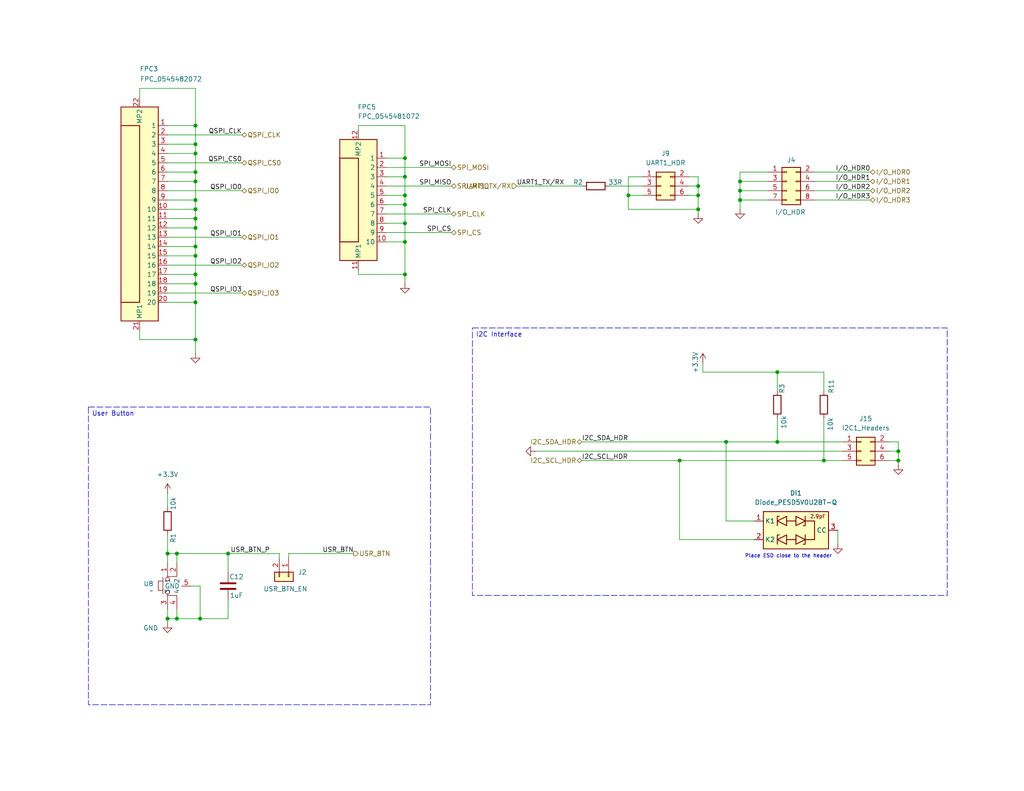
<source format=kicad_sch>
(kicad_sch (version 20231120) (generator "eeschema") (generator_version "8.0")
  (paper "USLetter")
  (lib_symbols
    (symbol "Connector_Generic:Conn_01x02" (pin_names (offset 1.016) hide)
      (property "Reference" "J" (at 0 2.54 0))
      (property "Value" "Conn_01x02" (at 0 -5.08 0))
      (symbol "Conn_01x02_1_1"
        (rectangle (start -1.27 -2.413) (end 0 -2.667) (stroke (width 0.1524)))
        (rectangle (start -1.27 0.127) (end 0 -0.127) (stroke (width 0.1524)))
        (rectangle (start -1.27 1.27) (end 1.27 -3.81) (stroke (width 0.254)) (fill (type background)))
        (pin passive line (at -5.08 0 0) (length 3.81) (name "Pin_1") (number "1"))
        (pin passive line (at -5.08 -2.54 0) (length 3.81) (name "Pin_2") (number "2"))
      )
    )
    (symbol "Connector_Generic:Conn_02x03_Odd_Even" (pin_names (offset 1.016) hide)
      (property "Reference" "J" (at 1.27 5.08 0))
      (property "Value" "Conn_02x03_Odd_Even" (at 1.27 -5.08 0))
      (symbol "Conn_02x03_Odd_Even_1_1"
        (rectangle (start -1.27 -2.413) (end 0 -2.667) (stroke (width 0.1524)))
        (rectangle (start -1.27 0.127) (end 0 -0.127) (stroke (width 0.1524)))
        (rectangle (start -1.27 2.667) (end 0 2.413) (stroke (width 0.1524)))
        (rectangle (start -1.27 3.81) (end 3.81 -3.81) (stroke (width 0.254)) (fill (type background)))
        (rectangle (start 3.81 -2.413) (end 2.54 -2.667) (stroke (width 0.1524)))
        (rectangle (start 3.81 0.127) (end 2.54 -0.127) (stroke (width 0.1524)))
        (rectangle (start 3.81 2.667) (end 2.54 2.413) (stroke (width 0.1524)))
        (pin passive line (at -5.08 2.54 0) (length 3.81) (name "Pin_1") (number "1"))
        (pin passive line (at 7.62 2.54 180) (length 3.81) (name "Pin_2") (number "2"))
        (pin passive line (at -5.08 0 0) (length 3.81) (name "Pin_3") (number "3"))
        (pin passive line (at 7.62 0 180) (length 3.81) (name "Pin_4") (number "4"))
        (pin passive line (at -5.08 -2.54 0) (length 3.81) (name "Pin_5") (number "5"))
        (pin passive line (at 7.62 -2.54 180) (length 3.81) (name "Pin_6") (number "6"))
      )
    )
    (symbol "Connector_Generic:Conn_02x04_Odd_Even" (pin_names (offset 1.016) hide)
      (property "Reference" "J" (at 1.27 5.08 0))
      (property "Value" "Conn_02x04_Odd_Even" (at 1.27 -7.62 0))
      (symbol "Conn_02x04_Odd_Even_1_1"
        (rectangle (start -1.27 -4.953) (end 0 -5.207) (stroke (width 0.1524)))
        (rectangle (start -1.27 -2.413) (end 0 -2.667) (stroke (width 0.1524)))
        (rectangle (start -1.27 0.127) (end 0 -0.127) (stroke (width 0.1524)))
        (rectangle (start -1.27 2.667) (end 0 2.413) (stroke (width 0.1524)))
        (rectangle (start -1.27 3.81) (end 3.81 -6.35) (stroke (width 0.254)) (fill (type background)))
        (rectangle (start 3.81 -4.953) (end 2.54 -5.207) (stroke (width 0.1524)))
        (rectangle (start 3.81 -2.413) (end 2.54 -2.667) (stroke (width 0.1524)))
        (rectangle (start 3.81 0.127) (end 2.54 -0.127) (stroke (width 0.1524)))
        (rectangle (start 3.81 2.667) (end 2.54 2.413) (stroke (width 0.1524)))
        (pin passive line (at -5.08 2.54 0) (length 3.81) (name "Pin_1") (number "1"))
        (pin passive line (at 7.62 2.54 180) (length 3.81) (name "Pin_2") (number "2"))
        (pin passive line (at -5.08 0 0) (length 3.81) (name "Pin_3") (number "3"))
        (pin passive line (at 7.62 0 180) (length 3.81) (name "Pin_4") (number "4"))
        (pin passive line (at -5.08 -2.54 0) (length 3.81) (name "Pin_5") (number "5"))
        (pin passive line (at 7.62 -2.54 180) (length 3.81) (name "Pin_6") (number "6"))
        (pin passive line (at -5.08 -5.08 0) (length 3.81) (name "Pin_7") (number "7"))
        (pin passive line (at 7.62 -5.08 180) (length 3.81) (name "Pin_8") (number "8"))
      )
    )
    (symbol "Device:C" (pin_numbers hide) (pin_names (offset 0.254))
      (property "Reference" "C" (at 0.635 2.54 0))
      (property "Value" "C" (at 0.635 -2.54 0))
      (symbol "C_0_1"
        (polyline (pts (xy -2.032 -0.762) (xy 2.032 -0.762)) (stroke (width 0.508)))
        (polyline (pts (xy -2.032 0.762) (xy 2.032 0.762)) (stroke (width 0.508)))
      )
      (symbol "C_1_1"
        (pin passive line (at 0 3.81 270) (length 2.794) (name "~") (number "1"))
        (pin passive line (at 0 -3.81 90) (length 2.794) (name "~") (number "2"))
      )
    )
    (symbol "Device:R" (pin_numbers hide) (pin_names (offset 0))
      (property "Reference" "R" (at 2.032 0 90))
      (property "Value" "R" (at 0 0 90))
      (symbol "R_0_1"
        (rectangle (start -1.016 -2.54) (end 1.016 2.54) (stroke (width 0.254)))
      )
      (symbol "R_1_1"
        (pin passive line (at 0 3.81 270) (length 1.27) (name "~") (number "1"))
        (pin passive line (at 0 -3.81 90) (length 1.27) (name "~") (number "2"))
      )
    )
    (symbol "Personal_Projects:Button_KMR231GLFS"
      (property "Reference" "U" (at 0 0 0))
      (symbol "Button_KMR231GLFS_0_1"
        (polyline (pts (xy 3.964 1.27) (xy 8.536 1.27)))
        (polyline (pts (xy 4.98 1.27) (xy 4.98 2.54)))
        (polyline (pts (xy 7.52 1.27) (xy 7.52 2.54)))
        (polyline (pts (xy 7.52 2.54) (xy 4.98 2.54)))
        (polyline (pts (xy 3.71 -2.54) (xy 3.71 0) (xy 3.964 0)))
        (polyline (pts (xy 8.89 -2.54) (xy 8.89 0) (xy 8.636 0)))
        (circle (center 4.472 0) (radius 0.508))
        (circle (center 8.028 0) (radius 0.508))
      )
      (symbol "Button_KMR231GLFS_1_1"
        (pin passive line (at 0 0 0) (length 3.7) (name "1") (number "1"))
        (pin passive line (at 0 -2.54 0) (length 3.7) (name "2") (number "2"))
        (pin passive line (at 12.7 0 180) (length 3.7) (name "3") (number "3"))
        (pin passive line (at 12.7 -2.54 180) (length 3.7) (name "4") (number "4"))
        (pin passive line (at 6.35 -6.35 90) (length 2.54) (name "GND") (number "5"))
      )
    )
    (symbol "Personal_Projects:Diode_PESD5V0U2BT-Q"
      (property "Reference" "DI" (at 7.366 7.62 0))
      (property "Value" "Diode_PESD5V0U2BT-Q" (at 0.508 5.08 0))
      (symbol "Diode_PESD5V0U2BT-Q_0_1"
        (polyline (pts (xy 6.35 -6.35) (xy 6.35 -3.81) (xy 6.858 -3.81)) (stroke (width 0.254)))
        (polyline (pts (xy 6.35 -1.27) (xy 6.35 1.27) (xy 6.858 1.27)) (stroke (width 0.254)))
        (polyline (pts (xy 11.43 -5.08) (xy 8.89 -5.08) (xy 8.89 -5.08)) (stroke (width 0.254)))
        (polyline (pts (xy 11.43 0) (xy 8.89 0) (xy 8.89 0)) (stroke (width 0.254)))
        (polyline (pts (xy 13.97 -3.81) (xy 13.97 -6.35) (xy 13.462 -6.35)) (stroke (width 0.254)))
        (polyline (pts (xy 13.97 1.27) (xy 13.97 -1.27) (xy 13.462 -1.27)) (stroke (width 0.254)))
        (polyline (pts (xy 16.51 -5.08) (xy 13.97 -5.08) (xy 13.97 -5.08)) (stroke (width 0.254)))
        (polyline (pts (xy 16.51 0) (xy 13.97 0) (xy 13.97 0)) (stroke (width 0.254)))
        (polyline (pts (xy 16.51 0) (xy 16.51 -5.08) (xy 16.51 -2.54)) (stroke (width 0.254)))
        (polyline (pts (xy 8.89 -6.35) (xy 6.35 -5.08) (xy 8.89 -3.81) (xy 8.89 -6.35) (xy 8.89 -6.35) (xy 8.89 -6.35)) (stroke (width 0.254)))
        (polyline (pts (xy 8.89 -1.27) (xy 6.35 0) (xy 8.89 1.27) (xy 8.89 -1.27) (xy 8.89 -1.27) (xy 8.89 -1.27)) (stroke (width 0.254)))
        (polyline (pts (xy 11.43 -3.81) (xy 13.97 -5.08) (xy 11.43 -6.35) (xy 11.43 -3.81) (xy 11.43 -3.81) (xy 11.43 -3.81)) (stroke (width 0.254)))
        (polyline (pts (xy 11.43 1.27) (xy 13.97 0) (xy 11.43 -1.27) (xy 11.43 1.27) (xy 11.43 1.27) (xy 11.43 1.27)) (stroke (width 0.254)))
      )
      (symbol "Diode_PESD5V0U2BT-Q_1_1"
        (rectangle (start 2.54 2.54) (end 20.32 -7.62) (stroke (width 0.254)) (fill (type background)))
        (text "2.9pF" (at 15.24 1.27 0) (effects (font (size 1 1)) (justify left)))
        (pin passive line (at 0 0 0) (length 2.54) (name "K1") (number "1"))
        (pin passive line (at 0 -5.08 0) (length 2.54) (name "K2") (number "2"))
        (pin passive line (at 22.86 -2.54 180) (length 2.54) (name "CC") (number "3"))
      )
    )
    (symbol "Personal_Projects:FPC_0545481072"
      (property "Reference" "FPC" (at 12.7 6.35 0))
      (property "Value" "FPC_0545481072" (at 12.7 3.81 0))
      (symbol "FPC_0545481072_1_1"
        (rectangle (start 0 0) (end 5.08 -22.86) (stroke (width 0.254)) (fill (type background)))
        (rectangle (start 0 5.08) (end 10.16 -27.94) (stroke (width 0.254)) (fill (type background)))
        (pin passive line (at 12.7 0 180) (length 2.54) (name "1") (number "1"))
        (pin passive line (at 12.7 -22.86 180) (length 2.54) (name "10") (number "10"))
        (pin passive line (at 5.08 -30.48 90) (length 2.54) (name "MP1") (number "11"))
        (pin passive line (at 5.08 7.62 270) (length 2.54) (name "MP2") (number "12"))
        (pin passive line (at 12.7 -2.54 180) (length 2.54) (name "2") (number "2"))
        (pin passive line (at 12.7 -5.08 180) (length 2.54) (name "3") (number "3"))
        (pin passive line (at 12.7 -7.62 180) (length 2.54) (name "4") (number "4"))
        (pin passive line (at 12.7 -10.16 180) (length 2.54) (name "5") (number "5"))
        (pin passive line (at 12.7 -12.7 180) (length 2.54) (name "6") (number "6"))
        (pin passive line (at 12.7 -15.24 180) (length 2.54) (name "7") (number "7"))
        (pin passive line (at 12.7 -17.78 180) (length 2.54) (name "8") (number "8"))
        (pin passive line (at 12.7 -20.32 180) (length 2.54) (name "9") (number "9"))
      )
    )
    (symbol "Personal_Projects:FPC_0545482072"
      (property "Reference" "FPC" (at 12.7 6.35 0))
      (property "Value" "FPC_0545482072" (at 12.7 3.81 0))
      (symbol "FPC_0545482072_1_1"
        (rectangle (start 0 0) (end 5.08 -48.26) (stroke (width 0.254)) (fill (type background)))
        (rectangle (start 0 5.08) (end 10.16 -53.34) (stroke (width 0.254)) (fill (type background)))
        (pin passive line (at 12.7 0 180) (length 2.54) (name "1") (number "1"))
        (pin passive line (at 12.7 -22.86 180) (length 2.54) (name "10") (number "10"))
        (pin passive line (at 12.7 -25.4 180) (length 2.54) (name "11") (number "11"))
        (pin passive line (at 12.7 -27.94 180) (length 2.54) (name "12") (number "12"))
        (pin passive line (at 12.7 -30.48 180) (length 2.54) (name "13") (number "13"))
        (pin passive line (at 12.7 -33.02 180) (length 2.54) (name "14") (number "14"))
        (pin passive line (at 12.7 -35.56 180) (length 2.54) (name "15") (number "15"))
        (pin passive line (at 12.7 -38.1 180) (length 2.54) (name "16") (number "16"))
        (pin passive line (at 12.7 -40.64 180) (length 2.54) (name "17") (number "17"))
        (pin passive line (at 12.7 -43.18 180) (length 2.54) (name "18") (number "18"))
        (pin passive line (at 12.7 -45.72 180) (length 2.54) (name "19") (number "19"))
        (pin passive line (at 12.7 -2.54 180) (length 2.54) (name "2") (number "2"))
        (pin passive line (at 12.7 -48.26 180) (length 2.54) (name "20") (number "20"))
        (pin passive line (at 5.08 -55.88 90) (length 2.54) (name "MP1") (number "21"))
        (pin passive line (at 5.08 7.62 270) (length 2.54) (name "MP2") (number "22"))
        (pin passive line (at 12.7 -5.08 180) (length 2.54) (name "3") (number "3"))
        (pin passive line (at 12.7 -7.62 180) (length 2.54) (name "4") (number "4"))
        (pin passive line (at 12.7 -10.16 180) (length 2.54) (name "5") (number "5"))
        (pin passive line (at 12.7 -12.7 180) (length 2.54) (name "6") (number "6"))
        (pin passive line (at 12.7 -15.24 180) (length 2.54) (name "7") (number "7"))
        (pin passive line (at 12.7 -17.78 180) (length 2.54) (name "8") (number "8"))
        (pin passive line (at 12.7 -20.32 180) (length 2.54) (name "9") (number "9"))
      )
    )
    (symbol "power:+3.3V" (power) (pin_numbers hide) (pin_names (offset 0) hide)
      (property "Value" "+3.3V" (at 0 3.556 0))
      (symbol "+3.3V_0_1"
        (polyline (pts (xy -0.762 1.27) (xy 0 2.54)))
        (polyline (pts (xy 0 0) (xy 0 2.54)))
        (polyline (pts (xy 0 2.54) (xy 0.762 1.27)))
      )
      (symbol "+3.3V_1_1"
        (pin power_in line (at 0 0 90) (length 0) (name "~") (number "1"))
      )
    )
    (symbol "power:GND" (power) (pin_numbers hide) (pin_names (offset 0) hide)
      (property "Value" "GND" (at 0 -3.81 0))
      (symbol "GND_0_1"
        (polyline (pts (xy 0 0) (xy 0 -1.27) (xy 1.27 -1.27) (xy 0 -2.54) (xy -1.27 -1.27) (xy 0 -1.27)))
      )
      (symbol "GND_1_1"
        (pin power_in line (at 0 0 270) (length 0) (name "~") (number "1"))
      )
    )
  )
  (junction (at 190.5 50.8))
  (junction (at 48.26 168.91))
  (junction (at 212.09 101.6))
  (junction (at 54.61 168.91))
  (junction (at 48.26 151.13))
  (junction (at 110.49 48.26))
  (junction (at 224.79 125.73))
  (junction (at 53.34 54.61))
  (junction (at 110.49 66.04))
  (junction (at 110.49 55.88))
  (junction (at 53.34 49.53))
  (junction (at 53.34 59.69))
  (junction (at 110.49 74.93))
  (junction (at 201.93 52.07))
  (junction (at 53.34 34.29))
  (junction (at 53.34 39.37))
  (junction (at 53.34 67.31))
  (junction (at 62.23 151.13))
  (junction (at 198.12 120.65))
  (junction (at 201.93 49.53))
  (junction (at 185.42 125.73))
  (junction (at 171.45 53.34))
  (junction (at 53.34 77.47))
  (junction (at 245.11 123.19))
  (junction (at 245.11 125.73))
  (junction (at 53.34 46.99))
  (junction (at 110.49 60.96))
  (junction (at 201.93 54.61))
  (junction (at 45.72 168.91))
  (junction (at 53.34 41.91))
  (junction (at 190.5 57.15))
  (junction (at 53.34 74.93))
  (junction (at 212.09 120.65))
  (junction (at 53.34 92.71))
  (junction (at 53.34 62.23))
  (junction (at 53.34 82.55))
  (junction (at 53.34 69.85))
  (junction (at 110.49 53.34))
  (junction (at 45.72 151.13))
  (junction (at 190.5 53.34))
  (junction (at 110.49 43.18))
  (junction (at 53.34 57.15))
  (wire (pts (xy 38.1 92.71) (xy 53.34 92.71)))
  (wire (pts (xy 45.72 80.01) (xy 66.04 80.01)))
  (wire (pts (xy 190.5 48.26) (xy 190.5 50.8)))
  (wire (pts (xy 78.74 152.4) (xy 78.74 151.13)))
  (wire (pts (xy 201.93 52.07) (xy 201.93 54.61)))
  (wire (pts (xy 45.72 62.23) (xy 53.34 62.23)))
  (wire (pts (xy 48.26 166.37) (xy 48.26 168.91)))
  (wire (pts (xy 242.57 120.65) (xy 245.11 120.65)))
  (wire (pts (xy 187.96 48.26) (xy 190.5 48.26)))
  (wire (pts (xy 212.09 120.65) (xy 229.87 120.65)))
  (wire (pts (xy 110.49 60.96) (xy 110.49 66.04)))
  (wire (pts (xy 105.41 60.96) (xy 110.49 60.96)))
  (wire (pts (xy 158.75 125.73) (xy 185.42 125.73)))
  (wire (pts (xy 45.72 166.37) (xy 45.72 168.91)))
  (wire (pts (xy 76.2 151.13) (xy 76.2 152.4)))
  (wire (pts (xy 166.37 50.8) (xy 175.26 50.8)))
  (wire (pts (xy 105.41 53.34) (xy 110.49 53.34)))
  (wire (pts (xy 245.11 125.73) (xy 245.11 127)))
  (wire (pts (xy 97.79 35.56) (xy 97.79 34.29)))
  (wire (pts (xy 45.72 151.13) (xy 48.26 151.13)))
  (wire (pts (xy 48.26 151.13) (xy 48.26 153.67)))
  (wire (pts (xy 45.72 41.91) (xy 53.34 41.91)))
  (wire (pts (xy 53.34 67.31) (xy 53.34 69.85)))
  (wire (pts (xy 45.72 64.77) (xy 66.04 64.77)))
  (wire (pts (xy 245.11 120.65) (xy 245.11 123.19)))
  (wire (pts (xy 201.93 46.99) (xy 201.93 49.53)))
  (wire (pts (xy 53.34 49.53) (xy 53.34 54.61)))
  (wire (pts (xy 45.72 54.61) (xy 53.34 54.61)))
  (wire (pts (xy 201.93 49.53) (xy 201.93 52.07)))
  (wire (pts (xy 190.5 50.8) (xy 190.5 53.34)))
  (wire (pts (xy 45.72 59.69) (xy 53.34 59.69)))
  (wire (pts (xy 222.25 46.99) (xy 237.49 46.99)))
  (wire (pts (xy 205.74 147.32) (xy 185.42 147.32)))
  (wire (pts (xy 245.11 123.19) (xy 245.11 125.73)))
  (wire (pts (xy 45.72 67.31) (xy 53.34 67.31)))
  (wire (pts (xy 209.55 52.07) (xy 201.93 52.07)))
  (wire (pts (xy 105.41 58.42) (xy 123.19 58.42)))
  (wire (pts (xy 191.77 101.6) (xy 212.09 101.6)))
  (wire (pts (xy 105.41 45.72) (xy 123.19 45.72)))
  (wire (pts (xy 45.72 69.85) (xy 53.34 69.85)))
  (wire (pts (xy 190.5 53.34) (xy 190.5 57.15)))
  (wire (pts (xy 45.72 77.47) (xy 53.34 77.47)))
  (wire (pts (xy 45.72 170.18) (xy 45.72 168.91)))
  (wire (pts (xy 158.75 50.8) (xy 140.97 50.8)))
  (wire (pts (xy 76.2 151.13) (xy 62.23 151.13)))
  (wire (pts (xy 171.45 57.15) (xy 190.5 57.15)))
  (wire (pts (xy 105.41 48.26) (xy 110.49 48.26)))
  (wire (pts (xy 54.61 160.02) (xy 54.61 168.91)))
  (wire (pts (xy 187.96 53.34) (xy 190.5 53.34)))
  (wire (pts (xy 187.96 50.8) (xy 190.5 50.8)))
  (wire (pts (xy 110.49 48.26) (xy 110.49 53.34)))
  (wire (pts (xy 62.23 168.91) (xy 54.61 168.91)))
  (wire (pts (xy 45.72 57.15) (xy 53.34 57.15)))
  (wire (pts (xy 53.34 82.55) (xy 53.34 92.71)))
  (wire (pts (xy 205.74 142.24) (xy 198.12 142.24)))
  (wire (pts (xy 185.42 125.73) (xy 224.79 125.73)))
  (wire (pts (xy 105.41 50.8) (xy 123.19 50.8)))
  (wire (pts (xy 222.25 54.61) (xy 237.49 54.61)))
  (wire (pts (xy 224.79 101.6) (xy 224.79 106.68)))
  (wire (pts (xy 110.49 66.04) (xy 110.49 74.93)))
  (wire (pts (xy 212.09 114.3) (xy 212.09 120.65)))
  (wire (pts (xy 209.55 54.61) (xy 201.93 54.61)))
  (wire (pts (xy 198.12 120.65) (xy 198.12 142.24)))
  (wire (pts (xy 45.72 72.39) (xy 66.04 72.39)))
  (wire (pts (xy 53.34 39.37) (xy 53.34 41.91)))
  (wire (pts (xy 53.34 74.93) (xy 53.34 77.47)))
  (wire (pts (xy 48.26 151.13) (xy 62.23 151.13)))
  (wire (pts (xy 53.34 24.13) (xy 53.34 34.29)))
  (wire (pts (xy 97.79 34.29) (xy 110.49 34.29)))
  (wire (pts (xy 62.23 151.13) (xy 62.23 156.21)))
  (wire (pts (xy 45.72 46.99) (xy 53.34 46.99)))
  (wire (pts (xy 242.57 123.19) (xy 245.11 123.19)))
  (wire (pts (xy 105.41 66.04) (xy 110.49 66.04)))
  (wire (pts (xy 53.34 41.91) (xy 53.34 46.99)))
  (wire (pts (xy 53.34 57.15) (xy 53.34 59.69)))
  (wire (pts (xy 209.55 49.53) (xy 201.93 49.53)))
  (wire (pts (xy 146.05 123.19) (xy 229.87 123.19)))
  (wire (pts (xy 48.26 168.91) (xy 45.72 168.91)))
  (wire (pts (xy 45.72 49.53) (xy 53.34 49.53)))
  (wire (pts (xy 191.77 99.06) (xy 191.77 101.6)))
  (wire (pts (xy 185.42 125.73) (xy 185.42 147.32)))
  (wire (pts (xy 38.1 90.17) (xy 38.1 92.71)))
  (wire (pts (xy 228.6 144.78) (xy 228.6 148.59)))
  (wire (pts (xy 62.23 163.83) (xy 62.23 168.91)))
  (wire (pts (xy 53.34 34.29) (xy 53.34 39.37)))
  (wire (pts (xy 45.72 39.37) (xy 53.34 39.37)))
  (wire (pts (xy 45.72 151.13) (xy 45.72 153.67)))
  (wire (pts (xy 201.93 54.61) (xy 201.93 57.15)))
  (wire (pts (xy 45.72 36.83) (xy 66.04 36.83)))
  (wire (pts (xy 171.45 53.34) (xy 171.45 57.15)))
  (wire (pts (xy 45.72 74.93) (xy 53.34 74.93)))
  (wire (pts (xy 53.34 62.23) (xy 53.34 67.31)))
  (wire (pts (xy 53.34 77.47) (xy 53.34 82.55)))
  (wire (pts (xy 171.45 48.26) (xy 175.26 48.26)))
  (wire (pts (xy 110.49 53.34) (xy 110.49 55.88)))
  (wire (pts (xy 171.45 48.26) (xy 171.45 53.34)))
  (wire (pts (xy 242.57 125.73) (xy 245.11 125.73)))
  (wire (pts (xy 45.72 146.05) (xy 45.72 151.13)))
  (wire (pts (xy 53.34 92.71) (xy 53.34 96.52)))
  (wire (pts (xy 212.09 101.6) (xy 212.09 106.68)))
  (wire (pts (xy 224.79 114.3) (xy 224.79 125.73)))
  (wire (pts (xy 209.55 46.99) (xy 201.93 46.99)))
  (wire (pts (xy 45.72 82.55) (xy 53.34 82.55)))
  (wire (pts (xy 45.72 34.29) (xy 53.34 34.29)))
  (wire (pts (xy 105.41 43.18) (xy 110.49 43.18)))
  (wire (pts (xy 110.49 74.93) (xy 110.49 77.47)))
  (wire (pts (xy 105.41 55.88) (xy 110.49 55.88)))
  (wire (pts (xy 110.49 43.18) (xy 110.49 48.26)))
  (wire (pts (xy 97.79 73.66) (xy 97.79 74.93)))
  (wire (pts (xy 53.34 69.85) (xy 53.34 74.93)))
  (wire (pts (xy 38.1 24.13) (xy 53.34 24.13)))
  (wire (pts (xy 38.1 26.67) (xy 38.1 24.13)))
  (wire (pts (xy 53.34 59.69) (xy 53.34 62.23)))
  (wire (pts (xy 45.72 134.62) (xy 45.72 138.43)))
  (wire (pts (xy 45.72 52.07) (xy 66.04 52.07)))
  (wire (pts (xy 45.72 44.45) (xy 66.04 44.45)))
  (wire (pts (xy 53.34 54.61) (xy 53.34 57.15)))
  (wire (pts (xy 53.34 46.99) (xy 53.34 49.53)))
  (wire (pts (xy 78.74 151.13) (xy 96.52 151.13)))
  (wire (pts (xy 171.45 53.34) (xy 175.26 53.34)))
  (wire (pts (xy 158.75 120.65) (xy 198.12 120.65)))
  (wire (pts (xy 222.25 52.07) (xy 237.49 52.07)))
  (wire (pts (xy 52.07 160.02) (xy 54.61 160.02)))
  (wire (pts (xy 110.49 34.29) (xy 110.49 43.18)))
  (wire (pts (xy 97.79 74.93) (xy 110.49 74.93)))
  (wire (pts (xy 54.61 168.91) (xy 48.26 168.91)))
  (wire (pts (xy 190.5 57.15) (xy 190.5 58.42)))
  (wire (pts (xy 222.25 49.53) (xy 237.49 49.53)))
  (wire (pts (xy 110.49 55.88) (xy 110.49 60.96)))
  (wire (pts (xy 224.79 125.73) (xy 229.87 125.73)))
  (wire (pts (xy 198.12 120.65) (xy 212.09 120.65)))
  (wire (pts (xy 212.09 101.6) (xy 224.79 101.6)))
  (wire (pts (xy 105.41 63.5) (xy 123.19 63.5)))
  (text_box "User Button" (at 24.13 111.125 0) (size 93.345 81.28) (stroke (width 0) (type dash)) (effects (font (size 1.27 1.27)) (justify left top)))
  (text_box "I2C Interface" (at 128.905 89.535 0) (size 129.54 73.025) (stroke (width 0) (type dash)) (effects (font (size 1.27 1.27)) (justify left top)))
  (text "Place ESD close to the header" (at 215.138 151.892 0) (effects (font (size 1 1))))
  (label "I{slash}O_HDR1" (at 237.49 49.53 180))
  (label "QSPI_IO2" (at 66.04 72.39 180))
  (label "I{slash}O_HDR2" (at 237.49 52.07 180))
  (label "I2C_SDA_HDR" (at 158.75 120.65 0))
  (label "QSPI_IO0" (at 66.04 52.07 180))
  (label "SPI_CS" (at 123.19 63.5 180))
  (label "QSPI_CLK" (at 66.04 36.83 180))
  (label "I2C_SCL_HDR" (at 158.75 125.73 0))
  (label "SPI_CLK" (at 123.19 58.42 180))
  (label "UART1_TX{slash}RX" (at 140.97 50.8 0))
  (label "USR_BTN_P" (at 73.66 151.13 180))
  (label "QSPI_IO3" (at 66.04 80.01 180))
  (label "QSPI_CS0" (at 66.04 44.45 180))
  (label "I{slash}O_HDR0" (at 237.49 46.99 180))
  (label "I{slash}O_HDR3" (at 237.49 54.61 180))
  (label "QSPI_IO1" (at 66.04 64.77 180))
  (label "SPI_MOSI" (at 123.19 45.72 180))
  (label "USR_BTN" (at 96.52 151.13 180))
  (label "SPI_MISO" (at 123.19 50.8 180))
  (hierarchical_label "QSPI_IO2" (shape bidirectional) (at 66.04 72.39 0))
  (hierarchical_label "UART1_TX{slash}RX" (shape input) (at 140.97 50.8 180))
  (hierarchical_label "USR_BTN" (shape output) (at 96.52 151.13 0))
  (hierarchical_label "QSPI_IO3" (shape bidirectional) (at 66.04 80.01 0))
  (hierarchical_label "SPI_CS" (shape bidirectional) (at 123.19 63.5 0))
  (hierarchical_label "I2C_SCL_HDR" (shape bidirectional) (at 158.75 125.73 180))
  (hierarchical_label "I{slash}O_HDR3" (shape bidirectional) (at 237.49 54.61 0))
  (hierarchical_label "QSPI_CS0" (shape bidirectional) (at 66.04 44.45 0))
  (hierarchical_label "I{slash}O_HDR1" (shape bidirectional) (at 237.49 49.53 0))
  (hierarchical_label "QSPI_CLK" (shape bidirectional) (at 66.04 36.83 0))
  (hierarchical_label "I{slash}O_HDR0" (shape bidirectional) (at 237.49 46.99 0))
  (hierarchical_label "SPI_CLK" (shape bidirectional) (at 123.19 58.42 0))
  (hierarchical_label "SPI_MOSI" (shape bidirectional) (at 123.19 45.72 0))
  (hierarchical_label "I{slash}O_HDR2" (shape bidirectional) (at 237.49 52.07 0))
  (hierarchical_label "I2C_SDA_HDR" (shape bidirectional) (at 158.75 120.65 180))
  (hierarchical_label "SPI_MISO" (shape bidirectional) (at 123.19 50.8 0))
  (hierarchical_label "QSPI_IO0" (shape bidirectional) (at 66.04 52.07 0))
  (hierarchical_label "QSPI_IO1" (shape bidirectional) (at 66.04 64.77 0))
  (symbol (lib_id "Connector_Generic:Conn_02x04_Odd_Even") (at 214.63 49.53 0) (unit 1)
    (property "Reference" "J4" (at 215.9 43.688 0))
    (property "Value" "I/O_HDR" (at 215.646 57.912 0))
    (property "Footprint" "Connector_PinHeader_2.54mm:PinHeader_2x04_P2.54mm_Horizontal" (effects (hide yes)))
    (property "Description" "Generic connector, double row, 02x04, odd/even pin numbering scheme (row 1 odd numbers, row 2 even numbers), script generated (kicad-library-utils/schlib/autogen/connector/)" (effects (hide yes)))
  )
  (symbol (lib_id "Connector_Generic:Conn_02x03_Odd_Even") (at 234.95 123.19 0) (unit 1)
    (property "Reference" "J15" (at 236.22 114.3 0))
    (property "Value" "I2C1_Headers" (at 236.22 116.84 0))
    (property "Footprint" "Personal_Project:PinHeader_2x03_P2.54mm_Horizontal_Court" (effects (hide yes)))
    (property "Description" "Generic connector, double row, 02x03, odd/even pin numbering scheme (row 1 odd numbers, row 2 even numbers), script generated (kicad-library-utils/schlib/autogen/connector/)" (effects (hide yes)))
  )
  (symbol (lib_id "power:GND") (at 201.93 57.15 0) (mirror y) (unit 1)
    (property "Reference" "#PWR059" (effects (hide yes)))
    (property "Value" "GND" (effects (hide yes)))
    (property "Description" "Power symbol creates a global label with name \"GND\" , ground" (effects (hide yes)))
  )
  (symbol (lib_id "power:+3.3V") (at 45.72 134.62 0) (unit 1)
    (property "Reference" "#PWR020" (effects (hide yes)))
    (property "Value" "+3.3V" (at 45.72 129.54 0))
    (property "Description" "Power symbol creates a global label with name \"+3.3V\"" (effects (hide yes)))
  )
  (symbol (lib_id "power:GND") (at 146.05 123.19 270) (unit 1)
    (property "Reference" "#PWR050" (effects (hide yes)))
    (property "Value" "GND" (effects (hide yes)))
    (property "Description" "Power symbol creates a global label with name \"GND\" , ground" (effects (hide yes)))
  )
  (symbol (lib_id "Device:R") (at 45.72 142.24 180) (unit 1)
    (property "Reference" "R1" (at 47.244 145.542 90) (effects (justify left)))
    (property "Value" "10k" (at 47.244 135.636 90) (effects (justify left)))
    (property "Footprint" "Resistor_SMD:R_0805_2012Metric" (effects (hide yes)))
    (property "Description" "Resistor" (effects (hide yes)))
  )
  (symbol (lib_id "power:GND") (at 45.72 170.18 0) (unit 1)
    (property "Reference" "#PWR021" (effects (hide yes)))
    (property "Value" "GND" (at 43.18 171.4499 0) (effects (justify right)))
    (property "Description" "Power symbol creates a global label with name \"GND\" , ground" (effects (hide yes)))
  )
  (symbol (lib_id "Device:R") (at 162.56 50.8 90) (unit 1)
    (property "Reference" "R2" (at 157.734 49.784 90))
    (property "Value" "33R" (at 167.894 49.784 90))
    (property "Footprint" "Resistor_SMD:R_0805_2012Metric" (effects (hide yes)))
    (property "Description" "Resistor" (effects (hide yes)))
  )
  (symbol (lib_id "power:GND") (at 190.5 58.42 0) (unit 1)
    (property "Reference" "#PWR018" (effects (hide yes)))
    (property "Value" "GND" (effects (hide yes)))
    (property "Description" "Power symbol creates a global label with name \"GND\" , ground" (effects (hide yes)))
  )
  (symbol (lib_id "power:+3.3V") (at 191.77 99.06 0) (mirror y) (unit 1)
    (property "Reference" "#PWR058" (effects (hide yes)))
    (property "Value" "+3.3V" (at 189.738 96.012 90) (effects (justify right)))
    (property "Description" "Power symbol creates a global label with name \"+3.3V\"" (effects (hide yes)))
  )
  (symbol (lib_id "power:GND") (at 245.11 127 0) (unit 1)
    (property "Reference" "#PWR076" (effects (hide yes)))
    (property "Value" "GND" (effects (hide yes)))
    (property "Description" "Power symbol creates a global label with name \"GND\" , ground" (effects (hide yes)))
  )
  (symbol (lib_id "Device:C") (at 62.23 160.02 180) (unit 1)
    (property "Reference" "C12" (at 64.516 157.48 0))
    (property "Value" "1uF" (at 64.516 162.56 0))
    (property "Footprint" "Capacitor_SMD:C_0805_2012Metric" (effects (hide yes)))
    (property "Description" "Unpolarized capacitor" (effects (hide yes)))
  )
  (symbol (lib_id "power:GND") (at 53.34 96.52 0) (unit 1)
    (property "Reference" "#PWR014" (effects (hide yes)))
    (property "Value" "GND" (effects (hide yes)))
    (property "Description" "Power symbol creates a global label with name \"GND\" , ground" (effects (hide yes)))
  )
  (symbol (lib_id "Device:R") (at 224.79 110.49 0) (mirror y) (unit 1)
    (property "Reference" "R11" (at 226.822 107.442 90) (effects (justify left)))
    (property "Value" "10k" (at 226.568 117.602 90) (effects (justify left)))
    (property "Footprint" "Resistor_SMD:R_0805_2012Metric" (effects (hide yes)))
    (property "Description" "Resistor" (effects (hide yes)))
  )
  (symbol (lib_id "Connector_Generic:Conn_02x03_Odd_Even") (at 180.34 50.8 0) (unit 1)
    (property "Reference" "J9" (at 181.61 41.91 0))
    (property "Value" "UART1_HDR" (at 181.61 44.45 0))
    (property "Footprint" "Personal_Project:PinHeader_2x03_P2.54mm_Horizontal_Court" (effects (hide yes)))
    (property "Description" "Generic connector, double row, 02x03, odd/even pin numbering scheme (row 1 odd numbers, row 2 even numbers), script generated (kicad-library-utils/schlib/autogen/connector/)" (effects (hide yes)))
  )
  (symbol (lib_id "power:GND") (at 110.49 77.47 0) (unit 1)
    (property "Reference" "#PWR046" (effects (hide yes)))
    (property "Value" "GND" (effects (hide yes)))
    (property "Description" "Power symbol creates a global label with name \"GND\" , ground" (effects (hide yes)))
  )
  (symbol (lib_id "Device:R") (at 212.09 110.49 0) (unit 1)
    (property "Reference" "R3" (at 213.36 107.442 90) (effects (justify left)))
    (property "Value" "10k" (at 213.868 117.094 90) (effects (justify left)))
    (property "Footprint" "Resistor_SMD:R_0805_2012Metric" (effects (hide yes)))
    (property "Description" "Resistor" (effects (hide yes)))
  )
  (symbol (lib_id "Personal_Projects:Diode_PESD5V0U2BT-Q") (at 205.74 142.24 0) (unit 1)
    (property "Reference" "DI1" (at 217.17 134.62 0))
    (property "Value" "Diode_PESD5V0U2BT-Q" (at 217.17 137.16 0))
    (property "Footprint" "Package_TO_SOT_SMD:SOT-23" (effects (hide yes)))
    (property "Datasheet" "https://www.diodes.com/assets/Datasheets/ds18001.pdf" (effects (hide yes)))
    (property "Description" "Diodes Inc BZX84C6V2-7-F Zener Diode, 6.2V 7% 350 mW SMT 3-Pin SOT-23" (effects (hide yes)))
    (property "Height" "1.1" (effects (hide yes)))
    (property "Manufacturer_Name" "Diodes Incorporated" (effects (hide yes)))
    (property "Manufacturer_Part_Number" "BZX84C6V2-7-F" (effects (hide yes)))
    (property "Mouser Part Number" "621-BZX84C6V2-F" (effects (hide yes)))
    (property "Mouser Price/Stock" "https://www.mouser.co.uk/ProductDetail/Diodes-Incorporated/BZX84C6V2-7-F?qs=aJBzJax2afcxmuPRCgcecQ%3D%3D" (effects (hide yes)))
    (property "Arrow Part Number" "BZX84C6V2-7-F" (effects (hide yes)))
    (property "Arrow Price/Stock" "https://www.arrow.com/en/products/bzx84c6v2-7-f/diodes-incorporated?utm_currency=USD&region=europe" (effects (hide yes)))
  )
  (symbol (lib_id "Personal_Projects:Button_KMR231GLFS") (at 45.72 153.67 90) (mirror x) (unit 1)
    (property "Reference" "U8" (at 41.91 159.3849 90) (effects (justify left)))
    (property "Value" "~" (at 41.91 161.29 90) (effects (justify left)))
    (property "Footprint" "Personal_Project:Button_KMR231GLFS" (effects (hide yes)))
  )
  (symbol (lib_id "power:GND") (at 228.6 148.59 0) (unit 1)
    (property "Reference" "#PWR075" (effects (hide yes)))
    (property "Value" "GND" (effects (hide yes)))
    (property "Description" "Power symbol creates a global label with name \"GND\" , ground" (effects (hide yes)))
  )
  (symbol (lib_id "Connector_Generic:Conn_01x02") (at 78.74 157.48 270) (unit 1)
    (property "Reference" "J2" (at 81.28 156.2099 90) (effects (justify left)))
    (property "Value" "USR_BTN_EN" (at 71.882 160.782 90) (effects (justify left)))
    (property "Footprint" "Connector_PinHeader_2.54mm:PinHeader_1x02_P2.54mm_Vertical" (effects (hide yes)))
    (property "Description" "Generic connector, single row, 01x02, script generated (kicad-library-utils/schlib/autogen/connector/)" (effects (hide yes)))
  )
  (symbol (lib_id "Personal_Projects:FPC_0545481072") (at 92.71 43.18 0) (unit 1)
    (property "Reference" "FPC5" (at 102.616 29.21 0) (effects (justify right)))
    (property "Value" "FPC_0545481072" (at 114.554 31.75 0) (effects (justify right)))
    (property "Footprint" "Personal_Project:FPC_0545481072" (effects (hide yes)))
    (property "Datasheet" "https://www.molex.com/en-us/products/part-detail-pdf/545481072?display=pdf" (effects (hide yes)))
    (property "Description" "0.50mm Pitch Easy-On FFC/FPC Connector, 1.20mm Height, Right-Angle, Surface Mount, ZIF, Bottom Contact Style, 10 Circuits, Gold (Au) Plating" (effects (hide yes)))
    (property "Height" "1.3" (effects (hide yes)))
    (property "Arrow Part Number" "0545481072" (effects (hide yes)))
    (property "Manufacturer_Name" "Molex" (effects (hide yes)))
    (property "Manufacturer_Part_Number" "0545481072" (effects (hide yes)))
  )
  (symbol (lib_id "Personal_Projects:FPC_0545482072") (at 33.02 34.29 0) (unit 1)
    (property "Reference" "FPC3" (at 43.18 18.796 0) (effects (justify right)))
    (property "Value" "FPC_0545482072" (at 55.118 21.59 0) (effects (justify right)))
    (property "Footprint" "Personal_Project:FPC_0545482072" (effects (hide yes)))
    (property "Datasheet" "https://www.molex.com/en-us/products/part-detail-pdf/545481072?display=pdf" (effects (hide yes)))
    (property "Description" "0.50mm Pitch Easy-On FFC/FPC Connector, 1.20mm Height, Right-Angle, Surface Mount, ZIF, Bottom Contact Style, 10 Circuits, Gold (Au) Plating" (effects (hide yes)))
    (property "Height" "1.3" (effects (hide yes)))
    (property "Arrow Part Number" "0545481072" (effects (hide yes)))
    (property "Manufacturer_Name" "Molex" (effects (hide yes)))
    (property "Manufacturer_Part_Number" "0545481072" (effects (hide yes)))
  )
)
</source>
